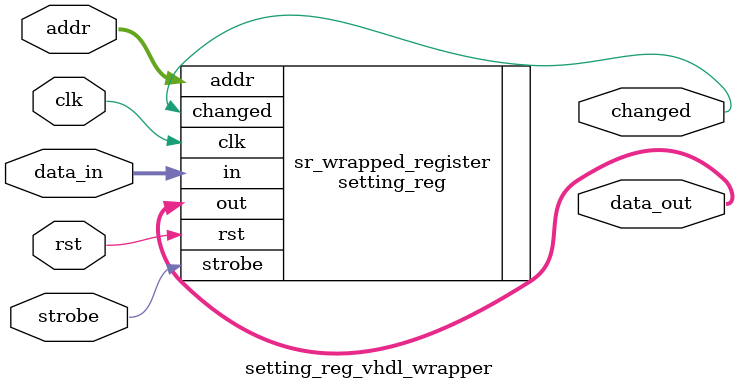
<source format=v>



module setting_reg_vhdl_wrapper
  #(parameter my_addr = 0, 
    parameter awidth = 8,
    parameter width = 32,
    parameter at_reset=0)
    (input clk, input rst, input strobe, input wire [awidth-1:0] addr,
     input wire [31:0] data_in, output wire [width-1:0] data_out, output wire changed);

   localparam SR_CORE_TEST = 8'd52;  //TODO change address to a free one

   
   setting_reg #(.my_addr(SR_CORE_TEST), .awidth(8), .width(2)) sr_wrapped_register
     (.clk(clk), .rst(rst), .strobe(strobe), .addr(addr), .in(data_in),
      .out(data_out), .changed(changed));

endmodule // setting_reg_vhdl_wrapper

</source>
